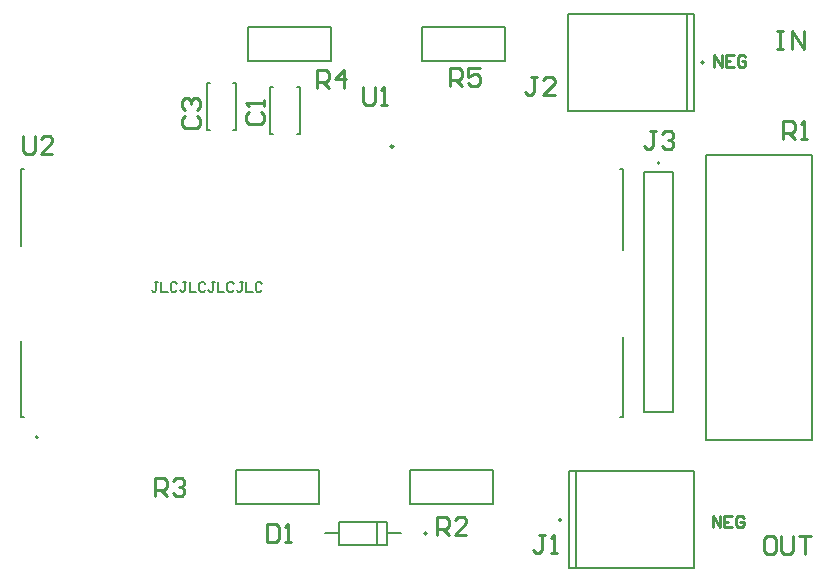
<source format=gto>
G04*
G04 #@! TF.GenerationSoftware,Altium Limited,Altium Designer,23.1.1 (15)*
G04*
G04 Layer_Color=65535*
%FSLAX25Y25*%
%MOIN*%
G70*
G04*
G04 #@! TF.SameCoordinates,D35DB840-2654-421D-A1CD-60E11C52D8AA*
G04*
G04*
G04 #@! TF.FilePolarity,Positive*
G04*
G01*
G75*
%ADD10C,0.00787*%
%ADD11C,0.00984*%
%ADD12C,0.00500*%
%ADD13C,0.00600*%
%ADD14C,0.01000*%
%ADD15C,0.00591*%
D10*
X320894Y340953D02*
G03*
X320894Y340953I-394J0D01*
G01*
X113650Y249508D02*
G03*
X113650Y249508I-394J0D01*
G01*
X288051Y222000D02*
G03*
X288051Y222000I-394J0D01*
G01*
X335551Y374500D02*
G03*
X335551Y374500I-394J0D01*
G01*
X243260Y217500D02*
G03*
X243260Y217500I-394J0D01*
G01*
X200921Y350626D02*
Y366374D01*
X191079Y350626D02*
X192161D01*
X199839D02*
X200921D01*
X191079D02*
Y366374D01*
X192161D01*
X199839D02*
X200921D01*
X178642Y367717D02*
X179724D01*
X169882D02*
X170965D01*
X169882Y351969D02*
Y367717D01*
X178642Y351969D02*
X179724D01*
X169882D02*
X170965D01*
X179724D02*
Y367717D01*
D11*
X232164Y346468D02*
G03*
X232164Y346468I-492J0D01*
G01*
D12*
X325421Y258000D02*
Y338000D01*
X315579Y258000D02*
X325421D01*
X315579Y338000D02*
X325421D01*
X315579Y258000D02*
Y338000D01*
X107862Y313248D02*
Y338839D01*
Y256161D02*
Y281752D01*
X308650Y311910D02*
Y338839D01*
Y256161D02*
Y283090D01*
X307665Y338839D02*
X308650D01*
X107862D02*
X108846D01*
X307665Y256161D02*
X308650D01*
X107862D02*
X108846D01*
X292972Y238142D02*
X332343D01*
X292972Y205858D02*
X332343D01*
Y238142D01*
X292972Y205858D02*
Y238142D01*
X290610D02*
X292972D01*
X290610Y205858D02*
Y238142D01*
Y205858D02*
X292972D01*
X329842Y358358D02*
X332205D01*
X329842Y390642D02*
X332205D01*
Y358358D02*
Y390642D01*
X329842Y358358D02*
Y390642D01*
X290472D02*
X329842D01*
X290472Y358358D02*
Y390642D01*
Y358358D02*
X329842D01*
X226785Y213589D02*
Y221389D01*
X229874Y217500D02*
X234520D01*
X209480D02*
X214126D01*
Y221437D02*
X229874D01*
X214126Y217500D02*
Y221437D01*
Y213563D02*
Y217500D01*
Y213563D02*
X229874D01*
Y217500D01*
Y221437D01*
D13*
X336250Y343500D02*
X371750D01*
Y248500D02*
Y343500D01*
X336250Y248500D02*
X371750D01*
X336250D02*
Y343500D01*
X183600Y374850D02*
X211400D01*
Y386150D01*
X183600D02*
X211400D01*
X183600Y374850D02*
Y386150D01*
X241600Y374850D02*
X269400D01*
Y386150D01*
X241600D02*
X269400D01*
X241600Y374850D02*
Y386150D01*
X265400Y227350D02*
Y238650D01*
X237600Y227350D02*
X265400D01*
X237600D02*
Y238650D01*
X265400D01*
X179600Y227350D02*
X207400D01*
Y238650D01*
X179600D02*
X207400D01*
X179600Y227350D02*
Y238650D01*
D14*
X184001Y358000D02*
X183001Y357000D01*
Y355001D01*
X184001Y354001D01*
X187999D01*
X188999Y355001D01*
Y357000D01*
X187999Y358000D01*
X188999Y359999D02*
Y361999D01*
Y360999D01*
X183001D01*
X184001Y359999D01*
X339000Y373000D02*
Y376936D01*
X341624Y373000D01*
Y376936D01*
X345560D02*
X342936D01*
Y373000D01*
X345560D01*
X342936Y374968D02*
X344248D01*
X349495Y376280D02*
X348839Y376936D01*
X347527D01*
X346871Y376280D01*
Y373656D01*
X347527Y373000D01*
X348839D01*
X349495Y373656D01*
Y374968D01*
X348183D01*
X338500Y219500D02*
Y223436D01*
X341124Y219500D01*
Y223436D01*
X345060D02*
X342436D01*
Y219500D01*
X345060D01*
X342436Y221468D02*
X343748D01*
X348995Y222780D02*
X348339Y223436D01*
X347027D01*
X346372Y222780D01*
Y220156D01*
X347027Y219500D01*
X348339D01*
X348995Y220156D01*
Y221468D01*
X347683D01*
X358499Y216498D02*
X356500D01*
X355500Y215498D01*
Y211500D01*
X356500Y210500D01*
X358499D01*
X359499Y211500D01*
Y215498D01*
X358499Y216498D01*
X361498D02*
Y211500D01*
X362498Y210500D01*
X364497D01*
X365497Y211500D01*
Y216498D01*
X367496D02*
X371495D01*
X369496D01*
Y210500D01*
X360000Y384998D02*
X361999D01*
X361000D01*
Y379000D01*
X360000D01*
X361999D01*
X364998D02*
Y384998D01*
X368997Y379000D01*
Y384998D01*
X162568Y356481D02*
X161568Y355481D01*
Y353482D01*
X162568Y352482D01*
X166566D01*
X167566Y353482D01*
Y355481D01*
X166566Y356481D01*
X162568Y358480D02*
X161568Y359480D01*
Y361479D01*
X162568Y362479D01*
X163567D01*
X164567Y361479D01*
Y360479D01*
Y361479D01*
X165567Y362479D01*
X166566D01*
X167566Y361479D01*
Y359480D01*
X166566Y358480D01*
X190001Y220499D02*
Y214501D01*
X193000D01*
X194000Y215501D01*
Y219499D01*
X193000Y220499D01*
X190001D01*
X195999Y214501D02*
X197999D01*
X196999D01*
Y220499D01*
X195999Y219499D01*
X108502Y349999D02*
Y345001D01*
X109501Y344001D01*
X111501D01*
X112500Y345001D01*
Y349999D01*
X118498Y344001D02*
X114500D01*
X118498Y348000D01*
Y348999D01*
X117499Y349999D01*
X115499D01*
X114500Y348999D01*
X221986Y366385D02*
Y361386D01*
X222985Y360387D01*
X224985D01*
X225984Y361386D01*
Y366385D01*
X227984Y360387D02*
X229983D01*
X228983D01*
Y366385D01*
X227984Y365385D01*
X251002Y366501D02*
Y372499D01*
X254001D01*
X255000Y371499D01*
Y369500D01*
X254001Y368500D01*
X251002D01*
X253001D02*
X255000Y366501D01*
X260998Y372499D02*
X257000D01*
Y369500D01*
X258999Y370500D01*
X259999D01*
X260998Y369500D01*
Y367501D01*
X259999Y366501D01*
X257999D01*
X257000Y367501D01*
X206502Y366001D02*
Y371999D01*
X209501D01*
X210500Y370999D01*
Y369000D01*
X209501Y368000D01*
X206502D01*
X208501D02*
X210500Y366001D01*
X215499D02*
Y371999D01*
X212500Y369000D01*
X216498D01*
X152502Y230001D02*
Y235999D01*
X155501D01*
X156500Y234999D01*
Y233000D01*
X155501Y232000D01*
X152502D01*
X154501D02*
X156500Y230001D01*
X158500Y234999D02*
X159499Y235999D01*
X161499D01*
X162498Y234999D01*
Y234000D01*
X161499Y233000D01*
X160499D01*
X161499D01*
X162498Y232000D01*
Y231001D01*
X161499Y230001D01*
X159499D01*
X158500Y231001D01*
X246502Y217001D02*
Y222999D01*
X249501D01*
X250500Y221999D01*
Y220000D01*
X249501Y219000D01*
X246502D01*
X248501D02*
X250500Y217001D01*
X256498D02*
X252500D01*
X256498Y221000D01*
Y221999D01*
X255499Y222999D01*
X253499D01*
X252500Y221999D01*
X362001Y349001D02*
Y354999D01*
X365000D01*
X366000Y353999D01*
Y352000D01*
X365000Y351000D01*
X362001D01*
X364001D02*
X366000Y349001D01*
X367999D02*
X369999D01*
X368999D01*
Y354999D01*
X367999Y353999D01*
X319500Y351499D02*
X317501D01*
X318501D01*
Y346501D01*
X317501Y345501D01*
X316501D01*
X315502Y346501D01*
X321500Y350499D02*
X322499Y351499D01*
X324499D01*
X325498Y350499D01*
Y349500D01*
X324499Y348500D01*
X323499D01*
X324499D01*
X325498Y347500D01*
Y346501D01*
X324499Y345501D01*
X322499D01*
X321500Y346501D01*
X280000Y369499D02*
X278001D01*
X279001D01*
Y364501D01*
X278001Y363501D01*
X277001D01*
X276002Y364501D01*
X285998Y363501D02*
X282000D01*
X285998Y367500D01*
Y368499D01*
X284999Y369499D01*
X282999D01*
X282000Y368499D01*
X282500Y216999D02*
X280501D01*
X281500D01*
Y212001D01*
X280501Y211001D01*
X279501D01*
X278501Y212001D01*
X284499Y211001D02*
X286499D01*
X285499D01*
Y216999D01*
X284499Y215999D01*
D15*
X153690Y301239D02*
X152640D01*
X153165D01*
Y298615D01*
X152640Y298091D01*
X152115D01*
X151591Y298615D01*
X154739Y301239D02*
Y298091D01*
X156838D01*
X159987Y300714D02*
X159462Y301239D01*
X158413D01*
X157888Y300714D01*
Y298615D01*
X158413Y298091D01*
X159462D01*
X159987Y298615D01*
X163135Y301239D02*
X162086D01*
X162611D01*
Y298615D01*
X162086Y298091D01*
X161561D01*
X161036Y298615D01*
X164185Y301239D02*
Y298091D01*
X166284D01*
X169432Y300714D02*
X168908Y301239D01*
X167858D01*
X167333Y300714D01*
Y298615D01*
X167858Y298091D01*
X168908D01*
X169432Y298615D01*
X172581Y301239D02*
X171532D01*
X172056D01*
Y298615D01*
X171532Y298091D01*
X171007D01*
X170482Y298615D01*
X173631Y301239D02*
Y298091D01*
X175730D01*
X178878Y300714D02*
X178354Y301239D01*
X177304D01*
X176779Y300714D01*
Y298615D01*
X177304Y298091D01*
X178354D01*
X178878Y298615D01*
X182027Y301239D02*
X180977D01*
X181502D01*
Y298615D01*
X180977Y298091D01*
X180453D01*
X179928Y298615D01*
X183076Y301239D02*
Y298091D01*
X185176D01*
X188324Y300714D02*
X187799Y301239D01*
X186750D01*
X186225Y300714D01*
Y298615D01*
X186750Y298091D01*
X187799D01*
X188324Y298615D01*
M02*

</source>
